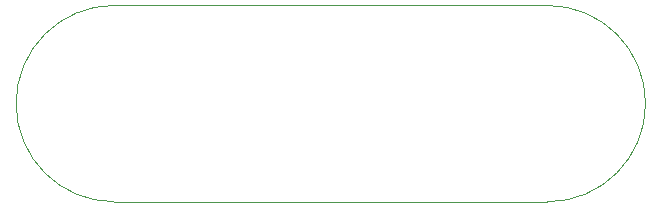
<source format=gbr>
G04 #@! TF.GenerationSoftware,KiCad,Pcbnew,(5.1.5)-3*
G04 #@! TF.CreationDate,2021-02-13T14:20:36+01:00*
G04 #@! TF.ProjectId,Stacked desk light,53746163-6b65-4642-9064-65736b206c69,rev?*
G04 #@! TF.SameCoordinates,Original*
G04 #@! TF.FileFunction,Profile,NP*
%FSLAX46Y46*%
G04 Gerber Fmt 4.6, Leading zero omitted, Abs format (unit mm)*
G04 Created by KiCad (PCBNEW (5.1.5)-3) date 2021-02-13 14:20:36*
%MOMM*%
%LPD*%
G04 APERTURE LIST*
%ADD10C,0.050000*%
G04 APERTURE END LIST*
D10*
X81662804Y-108251903D02*
X118337168Y-108251903D01*
X118337168Y-91626281D02*
X81662804Y-91626281D01*
X118337168Y-91626281D02*
G75*
G02X118337168Y-108251903I0J-8312811D01*
G01*
X81662804Y-108251903D02*
G75*
G02X81662804Y-91626281I0J8312811D01*
G01*
M02*

</source>
